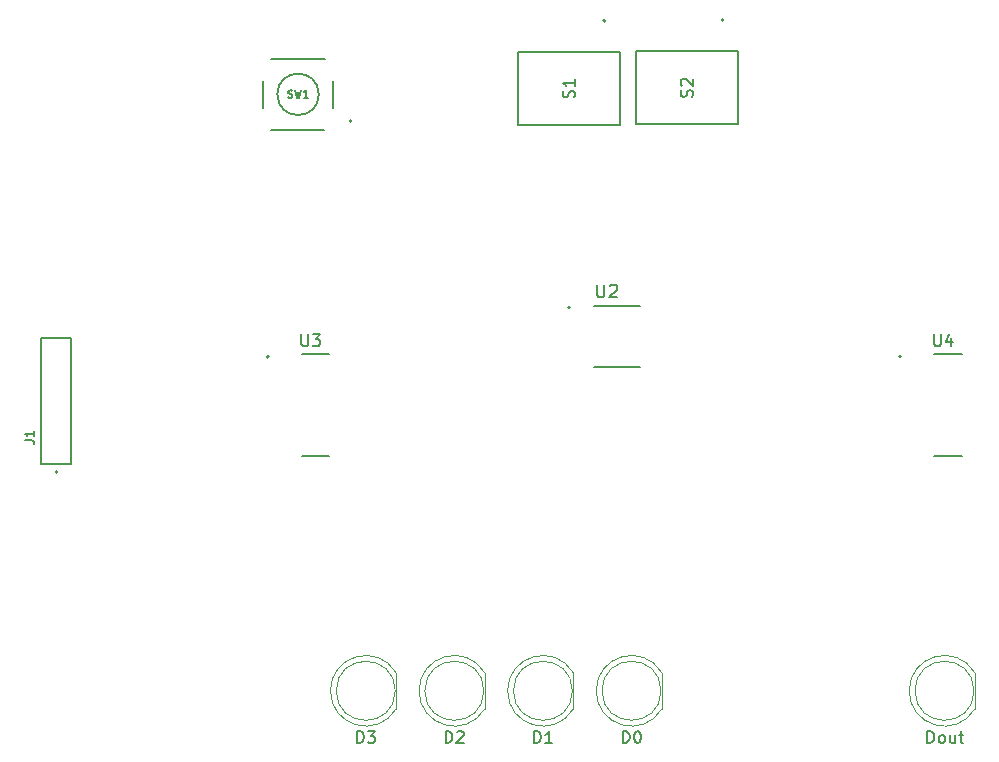
<source format=gbr>
%TF.GenerationSoftware,KiCad,Pcbnew,8.0.1*%
%TF.CreationDate,2024-04-13T17:17:53+05:30*%
%TF.ProjectId,piso,7069736f-2e6b-4696-9361-645f70636258,rev?*%
%TF.SameCoordinates,Original*%
%TF.FileFunction,Legend,Top*%
%TF.FilePolarity,Positive*%
%FSLAX46Y46*%
G04 Gerber Fmt 4.6, Leading zero omitted, Abs format (unit mm)*
G04 Created by KiCad (PCBNEW 8.0.1) date 2024-04-13 17:17:53*
%MOMM*%
%LPD*%
G01*
G04 APERTURE LIST*
%ADD10C,0.150000*%
%ADD11C,0.120000*%
%ADD12C,0.127000*%
%ADD13C,0.200000*%
G04 APERTURE END LIST*
D10*
X130991905Y-154914819D02*
X130991905Y-153914819D01*
X130991905Y-153914819D02*
X131230000Y-153914819D01*
X131230000Y-153914819D02*
X131372857Y-153962438D01*
X131372857Y-153962438D02*
X131468095Y-154057676D01*
X131468095Y-154057676D02*
X131515714Y-154152914D01*
X131515714Y-154152914D02*
X131563333Y-154343390D01*
X131563333Y-154343390D02*
X131563333Y-154486247D01*
X131563333Y-154486247D02*
X131515714Y-154676723D01*
X131515714Y-154676723D02*
X131468095Y-154771961D01*
X131468095Y-154771961D02*
X131372857Y-154867200D01*
X131372857Y-154867200D02*
X131230000Y-154914819D01*
X131230000Y-154914819D02*
X130991905Y-154914819D01*
X131944286Y-154010057D02*
X131991905Y-153962438D01*
X131991905Y-153962438D02*
X132087143Y-153914819D01*
X132087143Y-153914819D02*
X132325238Y-153914819D01*
X132325238Y-153914819D02*
X132420476Y-153962438D01*
X132420476Y-153962438D02*
X132468095Y-154010057D01*
X132468095Y-154010057D02*
X132515714Y-154105295D01*
X132515714Y-154105295D02*
X132515714Y-154200533D01*
X132515714Y-154200533D02*
X132468095Y-154343390D01*
X132468095Y-154343390D02*
X131896667Y-154914819D01*
X131896667Y-154914819D02*
X132515714Y-154914819D01*
X143817935Y-116103363D02*
X143817935Y-116980753D01*
X143817935Y-116980753D02*
X143869547Y-117083975D01*
X143869547Y-117083975D02*
X143921158Y-117135587D01*
X143921158Y-117135587D02*
X144024380Y-117187198D01*
X144024380Y-117187198D02*
X144230825Y-117187198D01*
X144230825Y-117187198D02*
X144334047Y-117135587D01*
X144334047Y-117135587D02*
X144385659Y-117083975D01*
X144385659Y-117083975D02*
X144437270Y-116980753D01*
X144437270Y-116980753D02*
X144437270Y-116103363D01*
X144901770Y-116206585D02*
X144953381Y-116154974D01*
X144953381Y-116154974D02*
X145056604Y-116103363D01*
X145056604Y-116103363D02*
X145314660Y-116103363D01*
X145314660Y-116103363D02*
X145417882Y-116154974D01*
X145417882Y-116154974D02*
X145469493Y-116206585D01*
X145469493Y-116206585D02*
X145521105Y-116309807D01*
X145521105Y-116309807D02*
X145521105Y-116413030D01*
X145521105Y-116413030D02*
X145469493Y-116567863D01*
X145469493Y-116567863D02*
X144850159Y-117187198D01*
X144850159Y-117187198D02*
X145521105Y-117187198D01*
X145991905Y-154914819D02*
X145991905Y-153914819D01*
X145991905Y-153914819D02*
X146230000Y-153914819D01*
X146230000Y-153914819D02*
X146372857Y-153962438D01*
X146372857Y-153962438D02*
X146468095Y-154057676D01*
X146468095Y-154057676D02*
X146515714Y-154152914D01*
X146515714Y-154152914D02*
X146563333Y-154343390D01*
X146563333Y-154343390D02*
X146563333Y-154486247D01*
X146563333Y-154486247D02*
X146515714Y-154676723D01*
X146515714Y-154676723D02*
X146468095Y-154771961D01*
X146468095Y-154771961D02*
X146372857Y-154867200D01*
X146372857Y-154867200D02*
X146230000Y-154914819D01*
X146230000Y-154914819D02*
X145991905Y-154914819D01*
X147182381Y-153914819D02*
X147277619Y-153914819D01*
X147277619Y-153914819D02*
X147372857Y-153962438D01*
X147372857Y-153962438D02*
X147420476Y-154010057D01*
X147420476Y-154010057D02*
X147468095Y-154105295D01*
X147468095Y-154105295D02*
X147515714Y-154295771D01*
X147515714Y-154295771D02*
X147515714Y-154533866D01*
X147515714Y-154533866D02*
X147468095Y-154724342D01*
X147468095Y-154724342D02*
X147420476Y-154819580D01*
X147420476Y-154819580D02*
X147372857Y-154867200D01*
X147372857Y-154867200D02*
X147277619Y-154914819D01*
X147277619Y-154914819D02*
X147182381Y-154914819D01*
X147182381Y-154914819D02*
X147087143Y-154867200D01*
X147087143Y-154867200D02*
X147039524Y-154819580D01*
X147039524Y-154819580D02*
X146991905Y-154724342D01*
X146991905Y-154724342D02*
X146944286Y-154533866D01*
X146944286Y-154533866D02*
X146944286Y-154295771D01*
X146944286Y-154295771D02*
X146991905Y-154105295D01*
X146991905Y-154105295D02*
X147039524Y-154010057D01*
X147039524Y-154010057D02*
X147087143Y-153962438D01*
X147087143Y-153962438D02*
X147182381Y-153914819D01*
X141867200Y-100261904D02*
X141914819Y-100119047D01*
X141914819Y-100119047D02*
X141914819Y-99880952D01*
X141914819Y-99880952D02*
X141867200Y-99785714D01*
X141867200Y-99785714D02*
X141819580Y-99738095D01*
X141819580Y-99738095D02*
X141724342Y-99690476D01*
X141724342Y-99690476D02*
X141629104Y-99690476D01*
X141629104Y-99690476D02*
X141533866Y-99738095D01*
X141533866Y-99738095D02*
X141486247Y-99785714D01*
X141486247Y-99785714D02*
X141438628Y-99880952D01*
X141438628Y-99880952D02*
X141391009Y-100071428D01*
X141391009Y-100071428D02*
X141343390Y-100166666D01*
X141343390Y-100166666D02*
X141295771Y-100214285D01*
X141295771Y-100214285D02*
X141200533Y-100261904D01*
X141200533Y-100261904D02*
X141105295Y-100261904D01*
X141105295Y-100261904D02*
X141010057Y-100214285D01*
X141010057Y-100214285D02*
X140962438Y-100166666D01*
X140962438Y-100166666D02*
X140914819Y-100071428D01*
X140914819Y-100071428D02*
X140914819Y-99833333D01*
X140914819Y-99833333D02*
X140962438Y-99690476D01*
X141914819Y-98738095D02*
X141914819Y-99309523D01*
X141914819Y-99023809D02*
X140914819Y-99023809D01*
X140914819Y-99023809D02*
X141057676Y-99119047D01*
X141057676Y-99119047D02*
X141152914Y-99214285D01*
X141152914Y-99214285D02*
X141200533Y-99309523D01*
X118788095Y-120329819D02*
X118788095Y-121139342D01*
X118788095Y-121139342D02*
X118835714Y-121234580D01*
X118835714Y-121234580D02*
X118883333Y-121282200D01*
X118883333Y-121282200D02*
X118978571Y-121329819D01*
X118978571Y-121329819D02*
X119169047Y-121329819D01*
X119169047Y-121329819D02*
X119264285Y-121282200D01*
X119264285Y-121282200D02*
X119311904Y-121234580D01*
X119311904Y-121234580D02*
X119359523Y-121139342D01*
X119359523Y-121139342D02*
X119359523Y-120329819D01*
X119740476Y-120329819D02*
X120359523Y-120329819D01*
X120359523Y-120329819D02*
X120026190Y-120710771D01*
X120026190Y-120710771D02*
X120169047Y-120710771D01*
X120169047Y-120710771D02*
X120264285Y-120758390D01*
X120264285Y-120758390D02*
X120311904Y-120806009D01*
X120311904Y-120806009D02*
X120359523Y-120901247D01*
X120359523Y-120901247D02*
X120359523Y-121139342D01*
X120359523Y-121139342D02*
X120311904Y-121234580D01*
X120311904Y-121234580D02*
X120264285Y-121282200D01*
X120264285Y-121282200D02*
X120169047Y-121329819D01*
X120169047Y-121329819D02*
X119883333Y-121329819D01*
X119883333Y-121329819D02*
X119788095Y-121282200D01*
X119788095Y-121282200D02*
X119740476Y-121234580D01*
X95354295Y-129286666D02*
X95925723Y-129286666D01*
X95925723Y-129286666D02*
X96040009Y-129324761D01*
X96040009Y-129324761D02*
X96116200Y-129400952D01*
X96116200Y-129400952D02*
X96154295Y-129515237D01*
X96154295Y-129515237D02*
X96154295Y-129591428D01*
X96154295Y-128486666D02*
X96154295Y-128943809D01*
X96154295Y-128715237D02*
X95354295Y-128715237D01*
X95354295Y-128715237D02*
X95468580Y-128791428D01*
X95468580Y-128791428D02*
X95544771Y-128867618D01*
X95544771Y-128867618D02*
X95582866Y-128943809D01*
X171777619Y-154914819D02*
X171777619Y-153914819D01*
X171777619Y-153914819D02*
X172015714Y-153914819D01*
X172015714Y-153914819D02*
X172158571Y-153962438D01*
X172158571Y-153962438D02*
X172253809Y-154057676D01*
X172253809Y-154057676D02*
X172301428Y-154152914D01*
X172301428Y-154152914D02*
X172349047Y-154343390D01*
X172349047Y-154343390D02*
X172349047Y-154486247D01*
X172349047Y-154486247D02*
X172301428Y-154676723D01*
X172301428Y-154676723D02*
X172253809Y-154771961D01*
X172253809Y-154771961D02*
X172158571Y-154867200D01*
X172158571Y-154867200D02*
X172015714Y-154914819D01*
X172015714Y-154914819D02*
X171777619Y-154914819D01*
X172920476Y-154914819D02*
X172825238Y-154867200D01*
X172825238Y-154867200D02*
X172777619Y-154819580D01*
X172777619Y-154819580D02*
X172730000Y-154724342D01*
X172730000Y-154724342D02*
X172730000Y-154438628D01*
X172730000Y-154438628D02*
X172777619Y-154343390D01*
X172777619Y-154343390D02*
X172825238Y-154295771D01*
X172825238Y-154295771D02*
X172920476Y-154248152D01*
X172920476Y-154248152D02*
X173063333Y-154248152D01*
X173063333Y-154248152D02*
X173158571Y-154295771D01*
X173158571Y-154295771D02*
X173206190Y-154343390D01*
X173206190Y-154343390D02*
X173253809Y-154438628D01*
X173253809Y-154438628D02*
X173253809Y-154724342D01*
X173253809Y-154724342D02*
X173206190Y-154819580D01*
X173206190Y-154819580D02*
X173158571Y-154867200D01*
X173158571Y-154867200D02*
X173063333Y-154914819D01*
X173063333Y-154914819D02*
X172920476Y-154914819D01*
X174110952Y-154248152D02*
X174110952Y-154914819D01*
X173682381Y-154248152D02*
X173682381Y-154771961D01*
X173682381Y-154771961D02*
X173730000Y-154867200D01*
X173730000Y-154867200D02*
X173825238Y-154914819D01*
X173825238Y-154914819D02*
X173968095Y-154914819D01*
X173968095Y-154914819D02*
X174063333Y-154867200D01*
X174063333Y-154867200D02*
X174110952Y-154819580D01*
X174444286Y-154248152D02*
X174825238Y-154248152D01*
X174587143Y-153914819D02*
X174587143Y-154771961D01*
X174587143Y-154771961D02*
X174634762Y-154867200D01*
X174634762Y-154867200D02*
X174730000Y-154914819D01*
X174730000Y-154914819D02*
X174825238Y-154914819D01*
X123491905Y-154914819D02*
X123491905Y-153914819D01*
X123491905Y-153914819D02*
X123730000Y-153914819D01*
X123730000Y-153914819D02*
X123872857Y-153962438D01*
X123872857Y-153962438D02*
X123968095Y-154057676D01*
X123968095Y-154057676D02*
X124015714Y-154152914D01*
X124015714Y-154152914D02*
X124063333Y-154343390D01*
X124063333Y-154343390D02*
X124063333Y-154486247D01*
X124063333Y-154486247D02*
X124015714Y-154676723D01*
X124015714Y-154676723D02*
X123968095Y-154771961D01*
X123968095Y-154771961D02*
X123872857Y-154867200D01*
X123872857Y-154867200D02*
X123730000Y-154914819D01*
X123730000Y-154914819D02*
X123491905Y-154914819D01*
X124396667Y-153914819D02*
X125015714Y-153914819D01*
X125015714Y-153914819D02*
X124682381Y-154295771D01*
X124682381Y-154295771D02*
X124825238Y-154295771D01*
X124825238Y-154295771D02*
X124920476Y-154343390D01*
X124920476Y-154343390D02*
X124968095Y-154391009D01*
X124968095Y-154391009D02*
X125015714Y-154486247D01*
X125015714Y-154486247D02*
X125015714Y-154724342D01*
X125015714Y-154724342D02*
X124968095Y-154819580D01*
X124968095Y-154819580D02*
X124920476Y-154867200D01*
X124920476Y-154867200D02*
X124825238Y-154914819D01*
X124825238Y-154914819D02*
X124539524Y-154914819D01*
X124539524Y-154914819D02*
X124444286Y-154867200D01*
X124444286Y-154867200D02*
X124396667Y-154819580D01*
X151867200Y-100211904D02*
X151914819Y-100069047D01*
X151914819Y-100069047D02*
X151914819Y-99830952D01*
X151914819Y-99830952D02*
X151867200Y-99735714D01*
X151867200Y-99735714D02*
X151819580Y-99688095D01*
X151819580Y-99688095D02*
X151724342Y-99640476D01*
X151724342Y-99640476D02*
X151629104Y-99640476D01*
X151629104Y-99640476D02*
X151533866Y-99688095D01*
X151533866Y-99688095D02*
X151486247Y-99735714D01*
X151486247Y-99735714D02*
X151438628Y-99830952D01*
X151438628Y-99830952D02*
X151391009Y-100021428D01*
X151391009Y-100021428D02*
X151343390Y-100116666D01*
X151343390Y-100116666D02*
X151295771Y-100164285D01*
X151295771Y-100164285D02*
X151200533Y-100211904D01*
X151200533Y-100211904D02*
X151105295Y-100211904D01*
X151105295Y-100211904D02*
X151010057Y-100164285D01*
X151010057Y-100164285D02*
X150962438Y-100116666D01*
X150962438Y-100116666D02*
X150914819Y-100021428D01*
X150914819Y-100021428D02*
X150914819Y-99783333D01*
X150914819Y-99783333D02*
X150962438Y-99640476D01*
X151010057Y-99259523D02*
X150962438Y-99211904D01*
X150962438Y-99211904D02*
X150914819Y-99116666D01*
X150914819Y-99116666D02*
X150914819Y-98878571D01*
X150914819Y-98878571D02*
X150962438Y-98783333D01*
X150962438Y-98783333D02*
X151010057Y-98735714D01*
X151010057Y-98735714D02*
X151105295Y-98688095D01*
X151105295Y-98688095D02*
X151200533Y-98688095D01*
X151200533Y-98688095D02*
X151343390Y-98735714D01*
X151343390Y-98735714D02*
X151914819Y-99307142D01*
X151914819Y-99307142D02*
X151914819Y-98688095D01*
X117659143Y-100253917D02*
X117749235Y-100283947D01*
X117749235Y-100283947D02*
X117899388Y-100283947D01*
X117899388Y-100283947D02*
X117959449Y-100253917D01*
X117959449Y-100253917D02*
X117989480Y-100223886D01*
X117989480Y-100223886D02*
X118019510Y-100163825D01*
X118019510Y-100163825D02*
X118019510Y-100103763D01*
X118019510Y-100103763D02*
X117989480Y-100043702D01*
X117989480Y-100043702D02*
X117959449Y-100013672D01*
X117959449Y-100013672D02*
X117899388Y-99983641D01*
X117899388Y-99983641D02*
X117779265Y-99953610D01*
X117779265Y-99953610D02*
X117719204Y-99923580D01*
X117719204Y-99923580D02*
X117689174Y-99893549D01*
X117689174Y-99893549D02*
X117659143Y-99833488D01*
X117659143Y-99833488D02*
X117659143Y-99773427D01*
X117659143Y-99773427D02*
X117689174Y-99713365D01*
X117689174Y-99713365D02*
X117719204Y-99683335D01*
X117719204Y-99683335D02*
X117779265Y-99653304D01*
X117779265Y-99653304D02*
X117929419Y-99653304D01*
X117929419Y-99653304D02*
X118019510Y-99683335D01*
X118229724Y-99653304D02*
X118379877Y-100283947D01*
X118379877Y-100283947D02*
X118500000Y-99833488D01*
X118500000Y-99833488D02*
X118620122Y-100283947D01*
X118620122Y-100283947D02*
X118770276Y-99653304D01*
X119340857Y-100283947D02*
X118980490Y-100283947D01*
X119160674Y-100283947D02*
X119160674Y-99653304D01*
X119160674Y-99653304D02*
X119100612Y-99743396D01*
X119100612Y-99743396D02*
X119040551Y-99803457D01*
X119040551Y-99803457D02*
X118980490Y-99833488D01*
X172338095Y-120329819D02*
X172338095Y-121139342D01*
X172338095Y-121139342D02*
X172385714Y-121234580D01*
X172385714Y-121234580D02*
X172433333Y-121282200D01*
X172433333Y-121282200D02*
X172528571Y-121329819D01*
X172528571Y-121329819D02*
X172719047Y-121329819D01*
X172719047Y-121329819D02*
X172814285Y-121282200D01*
X172814285Y-121282200D02*
X172861904Y-121234580D01*
X172861904Y-121234580D02*
X172909523Y-121139342D01*
X172909523Y-121139342D02*
X172909523Y-120329819D01*
X173814285Y-120663152D02*
X173814285Y-121329819D01*
X173576190Y-120282200D02*
X173338095Y-120996485D01*
X173338095Y-120996485D02*
X173957142Y-120996485D01*
X138491905Y-154914819D02*
X138491905Y-153914819D01*
X138491905Y-153914819D02*
X138730000Y-153914819D01*
X138730000Y-153914819D02*
X138872857Y-153962438D01*
X138872857Y-153962438D02*
X138968095Y-154057676D01*
X138968095Y-154057676D02*
X139015714Y-154152914D01*
X139015714Y-154152914D02*
X139063333Y-154343390D01*
X139063333Y-154343390D02*
X139063333Y-154486247D01*
X139063333Y-154486247D02*
X139015714Y-154676723D01*
X139015714Y-154676723D02*
X138968095Y-154771961D01*
X138968095Y-154771961D02*
X138872857Y-154867200D01*
X138872857Y-154867200D02*
X138730000Y-154914819D01*
X138730000Y-154914819D02*
X138491905Y-154914819D01*
X140015714Y-154914819D02*
X139444286Y-154914819D01*
X139730000Y-154914819D02*
X139730000Y-153914819D01*
X139730000Y-153914819D02*
X139634762Y-154057676D01*
X139634762Y-154057676D02*
X139539524Y-154152914D01*
X139539524Y-154152914D02*
X139444286Y-154200533D01*
D11*
%TO.C,D2*%
X134290000Y-152045000D02*
X134290000Y-148955000D01*
X128740000Y-150500462D02*
G75*
G02*
X134290000Y-148955170I2990000J462D01*
G01*
X134289999Y-152044830D02*
G75*
G02*
X128740001Y-150499538I-2559999J1544830D01*
G01*
X134230000Y-150500000D02*
G75*
G02*
X129230000Y-150500000I-2500000J0D01*
G01*
X129230000Y-150500000D02*
G75*
G02*
X134230000Y-150500000I2500000J0D01*
G01*
D12*
%TO.C,U2*%
X143545000Y-117925000D02*
X147455000Y-117925000D01*
X143545000Y-123075000D02*
X147455000Y-123075000D01*
D13*
X141560000Y-118050000D02*
G75*
G02*
X141360000Y-118050000I-100000J0D01*
G01*
X141360000Y-118050000D02*
G75*
G02*
X141560000Y-118050000I100000J0D01*
G01*
D11*
%TO.C,D0*%
X149290000Y-152045000D02*
X149290000Y-148955000D01*
X143740000Y-150500462D02*
G75*
G02*
X149290000Y-148955170I2990000J462D01*
G01*
X149289999Y-152044830D02*
G75*
G02*
X143740001Y-150499538I-2559999J1544830D01*
G01*
X149230000Y-150500000D02*
G75*
G02*
X144230000Y-150500000I-2500000J0D01*
G01*
X144230000Y-150500000D02*
G75*
G02*
X149230000Y-150500000I2500000J0D01*
G01*
D12*
%TO.C,S1*%
X137150000Y-96400000D02*
X145770000Y-96400000D01*
X137150000Y-102600000D02*
X137150000Y-96400000D01*
X145770000Y-96400000D02*
X145770000Y-102600000D01*
X145770000Y-102600000D02*
X137150000Y-102600000D01*
D13*
X144530000Y-93750000D02*
G75*
G02*
X144330000Y-93750000I-100000J0D01*
G01*
X144330000Y-93750000D02*
G75*
G02*
X144530000Y-93750000I100000J0D01*
G01*
D12*
%TO.C,U3*%
X118805000Y-121985000D02*
X121145000Y-121985000D01*
X118805000Y-130635000D02*
X121145000Y-130635000D01*
D13*
X116025000Y-122210000D02*
G75*
G02*
X115825000Y-122210000I-100000J0D01*
G01*
X115825000Y-122210000D02*
G75*
G02*
X116025000Y-122210000I100000J0D01*
G01*
D12*
%TO.C,J1*%
X96730000Y-120670000D02*
X96730000Y-131330000D01*
X96730000Y-131330000D02*
X99270000Y-131330000D01*
X99270000Y-120670000D02*
X96730000Y-120670000D01*
X99270000Y-131330000D02*
X99270000Y-120670000D01*
D13*
X98150000Y-131960000D02*
G75*
G02*
X97950000Y-131960000I-100000J0D01*
G01*
X97950000Y-131960000D02*
G75*
G02*
X98150000Y-131960000I100000J0D01*
G01*
D11*
%TO.C,Dout*%
X175790000Y-152045000D02*
X175790000Y-148955000D01*
X170240000Y-150500462D02*
G75*
G02*
X175790000Y-148955170I2990000J462D01*
G01*
X175789999Y-152044830D02*
G75*
G02*
X170240001Y-150499538I-2559999J1544830D01*
G01*
X175730000Y-150500000D02*
G75*
G02*
X170730000Y-150500000I-2500000J0D01*
G01*
X170730000Y-150500000D02*
G75*
G02*
X175730000Y-150500000I2500000J0D01*
G01*
%TO.C,D3*%
X126790000Y-152045000D02*
X126790000Y-148955000D01*
X121240000Y-150500462D02*
G75*
G02*
X126790000Y-148955170I2990000J462D01*
G01*
X126789999Y-152044830D02*
G75*
G02*
X121240001Y-150499538I-2559999J1544830D01*
G01*
X126730000Y-150500000D02*
G75*
G02*
X121730000Y-150500000I-2500000J0D01*
G01*
X121730000Y-150500000D02*
G75*
G02*
X126730000Y-150500000I2500000J0D01*
G01*
D12*
%TO.C,S2*%
X147150000Y-96350000D02*
X155770000Y-96350000D01*
X147150000Y-102550000D02*
X147150000Y-96350000D01*
X155770000Y-96350000D02*
X155770000Y-102550000D01*
X155770000Y-102550000D02*
X147150000Y-102550000D01*
D13*
X154530000Y-93700000D02*
G75*
G02*
X154330000Y-93700000I-100000J0D01*
G01*
X154330000Y-93700000D02*
G75*
G02*
X154530000Y-93700000I100000J0D01*
G01*
D12*
%TO.C,SW1*%
X115500000Y-101150000D02*
X115500000Y-98850000D01*
X116200000Y-97005000D02*
X120800000Y-97005000D01*
X120700000Y-102995000D02*
X116200000Y-102995000D01*
X121495000Y-101150000D02*
X121495000Y-98850000D01*
X120255000Y-100000000D02*
G75*
G02*
X116745000Y-100000000I-1755000J0D01*
G01*
X116745000Y-100000000D02*
G75*
G02*
X120255000Y-100000000I1755000J0D01*
G01*
D13*
X123045000Y-102250000D02*
G75*
G02*
X122845000Y-102250000I-100000J0D01*
G01*
X122845000Y-102250000D02*
G75*
G02*
X123045000Y-102250000I100000J0D01*
G01*
D12*
%TO.C,U4*%
X172355000Y-121985000D02*
X174695000Y-121985000D01*
X172355000Y-130635000D02*
X174695000Y-130635000D01*
D13*
X169575000Y-122210000D02*
G75*
G02*
X169375000Y-122210000I-100000J0D01*
G01*
X169375000Y-122210000D02*
G75*
G02*
X169575000Y-122210000I100000J0D01*
G01*
D11*
%TO.C,D1*%
X141790000Y-152045000D02*
X141790000Y-148955000D01*
X136240000Y-150500462D02*
G75*
G02*
X141790000Y-148955170I2990000J462D01*
G01*
X141789999Y-152044830D02*
G75*
G02*
X136240001Y-150499538I-2559999J1544830D01*
G01*
X141730000Y-150500000D02*
G75*
G02*
X136730000Y-150500000I-2500000J0D01*
G01*
X136730000Y-150500000D02*
G75*
G02*
X141730000Y-150500000I2500000J0D01*
G01*
%TD*%
M02*

</source>
